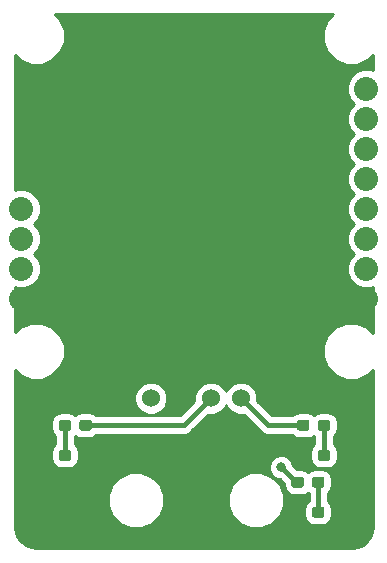
<source format=gbr>
G04 #@! TF.GenerationSoftware,KiCad,Pcbnew,(5.0.2)-1*
G04 #@! TF.CreationDate,2019-03-03T18:02:18-06:00*
G04 #@! TF.ProjectId,IMUBreakout_Hardware,494d5542-7265-4616-9b6f-75745f486172,rev?*
G04 #@! TF.SameCoordinates,Original*
G04 #@! TF.FileFunction,Copper,L1,Top*
G04 #@! TF.FilePolarity,Positive*
%FSLAX46Y46*%
G04 Gerber Fmt 4.6, Leading zero omitted, Abs format (unit mm)*
G04 Created by KiCad (PCBNEW (5.0.2)-1) date 3/3/2019 6:02:18 PM*
%MOMM*%
%LPD*%
G01*
G04 APERTURE LIST*
G04 #@! TA.AperFunction,ComponentPad*
%ADD10C,2.032000*%
G04 #@! TD*
G04 #@! TA.AperFunction,ComponentPad*
%ADD11C,1.524000*%
G04 #@! TD*
G04 #@! TA.AperFunction,Conductor*
%ADD12C,0.100000*%
G04 #@! TD*
G04 #@! TA.AperFunction,SMDPad,CuDef*
%ADD13C,0.950000*%
G04 #@! TD*
G04 #@! TA.AperFunction,ViaPad*
%ADD14C,0.800000*%
G04 #@! TD*
G04 #@! TA.AperFunction,Conductor*
%ADD15C,0.381000*%
G04 #@! TD*
G04 #@! TA.AperFunction,Conductor*
%ADD16C,0.254000*%
G04 #@! TD*
G04 APERTURE END LIST*
D10*
G04 #@! TO.P,U1,12*
G04 #@! TO.N,Net-(U1-Pad12)*
X176017999Y-69036001D03*
G04 #@! TO.P,U1,11*
G04 #@! TO.N,Net-(U1-Pad11)*
X176017999Y-71576001D03*
G04 #@! TO.P,U1,10*
G04 #@! TO.N,Net-(U1-Pad10)*
X176017999Y-74116001D03*
G04 #@! TO.P,U1,9*
G04 #@! TO.N,Net-(U1-Pad9)*
X176017999Y-76656001D03*
G04 #@! TO.P,U1,8*
G04 #@! TO.N,TX*
X176017999Y-79196001D03*
G04 #@! TO.P,U1,7*
G04 #@! TO.N,RX*
X176017999Y-81736001D03*
G04 #@! TO.P,U1,6*
G04 #@! TO.N,+3V3*
X176017999Y-84276001D03*
G04 #@! TO.P,U1,5*
G04 #@! TO.N,GND*
X176017999Y-86816001D03*
G04 #@! TO.P,U1,4*
G04 #@! TO.N,Net-(U1-Pad4)*
X146808000Y-79196001D03*
G04 #@! TO.P,U1,3*
G04 #@! TO.N,Net-(U1-Pad3)*
X146808000Y-81736001D03*
G04 #@! TO.P,U1,2*
G04 #@! TO.N,+3V3*
X146808000Y-84276001D03*
G04 #@! TO.P,U1,1*
G04 #@! TO.N,GND*
X146808000Y-86816001D03*
G04 #@! TD*
D11*
G04 #@! TO.P,Conn1,1*
G04 #@! TO.N,RX*
X165404800Y-95250000D03*
G04 #@! TO.P,Conn1,2*
G04 #@! TO.N,TX*
X162864800Y-95250000D03*
G04 #@! TO.P,Conn1,3*
G04 #@! TO.N,GND*
X160324800Y-95250000D03*
G04 #@! TO.P,Conn1,4*
G04 #@! TO.N,+3V3*
X157784800Y-95250000D03*
G04 #@! TD*
D12*
G04 #@! TO.N,GND*
G04 #@! TO.C,D1*
G36*
X170998779Y-99602144D02*
X171021834Y-99605563D01*
X171044443Y-99611227D01*
X171066387Y-99619079D01*
X171087457Y-99629044D01*
X171107448Y-99641026D01*
X171126168Y-99654910D01*
X171143438Y-99670562D01*
X171159090Y-99687832D01*
X171172974Y-99706552D01*
X171184956Y-99726543D01*
X171194921Y-99747613D01*
X171202773Y-99769557D01*
X171208437Y-99792166D01*
X171211856Y-99815221D01*
X171213000Y-99838500D01*
X171213000Y-100313500D01*
X171211856Y-100336779D01*
X171208437Y-100359834D01*
X171202773Y-100382443D01*
X171194921Y-100404387D01*
X171184956Y-100425457D01*
X171172974Y-100445448D01*
X171159090Y-100464168D01*
X171143438Y-100481438D01*
X171126168Y-100497090D01*
X171107448Y-100510974D01*
X171087457Y-100522956D01*
X171066387Y-100532921D01*
X171044443Y-100540773D01*
X171021834Y-100546437D01*
X170998779Y-100549856D01*
X170975500Y-100551000D01*
X170400500Y-100551000D01*
X170377221Y-100549856D01*
X170354166Y-100546437D01*
X170331557Y-100540773D01*
X170309613Y-100532921D01*
X170288543Y-100522956D01*
X170268552Y-100510974D01*
X170249832Y-100497090D01*
X170232562Y-100481438D01*
X170216910Y-100464168D01*
X170203026Y-100445448D01*
X170191044Y-100425457D01*
X170181079Y-100404387D01*
X170173227Y-100382443D01*
X170167563Y-100359834D01*
X170164144Y-100336779D01*
X170163000Y-100313500D01*
X170163000Y-99838500D01*
X170164144Y-99815221D01*
X170167563Y-99792166D01*
X170173227Y-99769557D01*
X170181079Y-99747613D01*
X170191044Y-99726543D01*
X170203026Y-99706552D01*
X170216910Y-99687832D01*
X170232562Y-99670562D01*
X170249832Y-99654910D01*
X170268552Y-99641026D01*
X170288543Y-99629044D01*
X170309613Y-99619079D01*
X170331557Y-99611227D01*
X170354166Y-99605563D01*
X170377221Y-99602144D01*
X170400500Y-99601000D01*
X170975500Y-99601000D01*
X170998779Y-99602144D01*
X170998779Y-99602144D01*
G37*
D13*
G04 #@! TD*
G04 #@! TO.P,D1,1*
G04 #@! TO.N,GND*
X170688000Y-100076000D03*
D12*
G04 #@! TO.N,Net-(D1-Pad2)*
G04 #@! TO.C,D1*
G36*
X172748779Y-99602144D02*
X172771834Y-99605563D01*
X172794443Y-99611227D01*
X172816387Y-99619079D01*
X172837457Y-99629044D01*
X172857448Y-99641026D01*
X172876168Y-99654910D01*
X172893438Y-99670562D01*
X172909090Y-99687832D01*
X172922974Y-99706552D01*
X172934956Y-99726543D01*
X172944921Y-99747613D01*
X172952773Y-99769557D01*
X172958437Y-99792166D01*
X172961856Y-99815221D01*
X172963000Y-99838500D01*
X172963000Y-100313500D01*
X172961856Y-100336779D01*
X172958437Y-100359834D01*
X172952773Y-100382443D01*
X172944921Y-100404387D01*
X172934956Y-100425457D01*
X172922974Y-100445448D01*
X172909090Y-100464168D01*
X172893438Y-100481438D01*
X172876168Y-100497090D01*
X172857448Y-100510974D01*
X172837457Y-100522956D01*
X172816387Y-100532921D01*
X172794443Y-100540773D01*
X172771834Y-100546437D01*
X172748779Y-100549856D01*
X172725500Y-100551000D01*
X172150500Y-100551000D01*
X172127221Y-100549856D01*
X172104166Y-100546437D01*
X172081557Y-100540773D01*
X172059613Y-100532921D01*
X172038543Y-100522956D01*
X172018552Y-100510974D01*
X171999832Y-100497090D01*
X171982562Y-100481438D01*
X171966910Y-100464168D01*
X171953026Y-100445448D01*
X171941044Y-100425457D01*
X171931079Y-100404387D01*
X171923227Y-100382443D01*
X171917563Y-100359834D01*
X171914144Y-100336779D01*
X171913000Y-100313500D01*
X171913000Y-99838500D01*
X171914144Y-99815221D01*
X171917563Y-99792166D01*
X171923227Y-99769557D01*
X171931079Y-99747613D01*
X171941044Y-99726543D01*
X171953026Y-99706552D01*
X171966910Y-99687832D01*
X171982562Y-99670562D01*
X171999832Y-99654910D01*
X172018552Y-99641026D01*
X172038543Y-99629044D01*
X172059613Y-99619079D01*
X172081557Y-99611227D01*
X172104166Y-99605563D01*
X172127221Y-99602144D01*
X172150500Y-99601000D01*
X172725500Y-99601000D01*
X172748779Y-99602144D01*
X172748779Y-99602144D01*
G37*
D13*
G04 #@! TD*
G04 #@! TO.P,D1,2*
G04 #@! TO.N,Net-(D1-Pad2)*
X172438000Y-100076000D03*
D12*
G04 #@! TO.N,Net-(D2-Pad2)*
G04 #@! TO.C,D2*
G36*
X150819779Y-99602144D02*
X150842834Y-99605563D01*
X150865443Y-99611227D01*
X150887387Y-99619079D01*
X150908457Y-99629044D01*
X150928448Y-99641026D01*
X150947168Y-99654910D01*
X150964438Y-99670562D01*
X150980090Y-99687832D01*
X150993974Y-99706552D01*
X151005956Y-99726543D01*
X151015921Y-99747613D01*
X151023773Y-99769557D01*
X151029437Y-99792166D01*
X151032856Y-99815221D01*
X151034000Y-99838500D01*
X151034000Y-100313500D01*
X151032856Y-100336779D01*
X151029437Y-100359834D01*
X151023773Y-100382443D01*
X151015921Y-100404387D01*
X151005956Y-100425457D01*
X150993974Y-100445448D01*
X150980090Y-100464168D01*
X150964438Y-100481438D01*
X150947168Y-100497090D01*
X150928448Y-100510974D01*
X150908457Y-100522956D01*
X150887387Y-100532921D01*
X150865443Y-100540773D01*
X150842834Y-100546437D01*
X150819779Y-100549856D01*
X150796500Y-100551000D01*
X150221500Y-100551000D01*
X150198221Y-100549856D01*
X150175166Y-100546437D01*
X150152557Y-100540773D01*
X150130613Y-100532921D01*
X150109543Y-100522956D01*
X150089552Y-100510974D01*
X150070832Y-100497090D01*
X150053562Y-100481438D01*
X150037910Y-100464168D01*
X150024026Y-100445448D01*
X150012044Y-100425457D01*
X150002079Y-100404387D01*
X149994227Y-100382443D01*
X149988563Y-100359834D01*
X149985144Y-100336779D01*
X149984000Y-100313500D01*
X149984000Y-99838500D01*
X149985144Y-99815221D01*
X149988563Y-99792166D01*
X149994227Y-99769557D01*
X150002079Y-99747613D01*
X150012044Y-99726543D01*
X150024026Y-99706552D01*
X150037910Y-99687832D01*
X150053562Y-99670562D01*
X150070832Y-99654910D01*
X150089552Y-99641026D01*
X150109543Y-99629044D01*
X150130613Y-99619079D01*
X150152557Y-99611227D01*
X150175166Y-99605563D01*
X150198221Y-99602144D01*
X150221500Y-99601000D01*
X150796500Y-99601000D01*
X150819779Y-99602144D01*
X150819779Y-99602144D01*
G37*
D13*
G04 #@! TD*
G04 #@! TO.P,D2,2*
G04 #@! TO.N,Net-(D2-Pad2)*
X150509000Y-100076000D03*
D12*
G04 #@! TO.N,GND*
G04 #@! TO.C,D2*
G36*
X152569779Y-99602144D02*
X152592834Y-99605563D01*
X152615443Y-99611227D01*
X152637387Y-99619079D01*
X152658457Y-99629044D01*
X152678448Y-99641026D01*
X152697168Y-99654910D01*
X152714438Y-99670562D01*
X152730090Y-99687832D01*
X152743974Y-99706552D01*
X152755956Y-99726543D01*
X152765921Y-99747613D01*
X152773773Y-99769557D01*
X152779437Y-99792166D01*
X152782856Y-99815221D01*
X152784000Y-99838500D01*
X152784000Y-100313500D01*
X152782856Y-100336779D01*
X152779437Y-100359834D01*
X152773773Y-100382443D01*
X152765921Y-100404387D01*
X152755956Y-100425457D01*
X152743974Y-100445448D01*
X152730090Y-100464168D01*
X152714438Y-100481438D01*
X152697168Y-100497090D01*
X152678448Y-100510974D01*
X152658457Y-100522956D01*
X152637387Y-100532921D01*
X152615443Y-100540773D01*
X152592834Y-100546437D01*
X152569779Y-100549856D01*
X152546500Y-100551000D01*
X151971500Y-100551000D01*
X151948221Y-100549856D01*
X151925166Y-100546437D01*
X151902557Y-100540773D01*
X151880613Y-100532921D01*
X151859543Y-100522956D01*
X151839552Y-100510974D01*
X151820832Y-100497090D01*
X151803562Y-100481438D01*
X151787910Y-100464168D01*
X151774026Y-100445448D01*
X151762044Y-100425457D01*
X151752079Y-100404387D01*
X151744227Y-100382443D01*
X151738563Y-100359834D01*
X151735144Y-100336779D01*
X151734000Y-100313500D01*
X151734000Y-99838500D01*
X151735144Y-99815221D01*
X151738563Y-99792166D01*
X151744227Y-99769557D01*
X151752079Y-99747613D01*
X151762044Y-99726543D01*
X151774026Y-99706552D01*
X151787910Y-99687832D01*
X151803562Y-99670562D01*
X151820832Y-99654910D01*
X151839552Y-99641026D01*
X151859543Y-99629044D01*
X151880613Y-99619079D01*
X151902557Y-99611227D01*
X151925166Y-99605563D01*
X151948221Y-99602144D01*
X151971500Y-99601000D01*
X152546500Y-99601000D01*
X152569779Y-99602144D01*
X152569779Y-99602144D01*
G37*
D13*
G04 #@! TD*
G04 #@! TO.P,D2,1*
G04 #@! TO.N,GND*
X152259000Y-100076000D03*
D12*
G04 #@! TO.N,Net-(D1-Pad2)*
G04 #@! TO.C,R1*
G36*
X172748779Y-97062144D02*
X172771834Y-97065563D01*
X172794443Y-97071227D01*
X172816387Y-97079079D01*
X172837457Y-97089044D01*
X172857448Y-97101026D01*
X172876168Y-97114910D01*
X172893438Y-97130562D01*
X172909090Y-97147832D01*
X172922974Y-97166552D01*
X172934956Y-97186543D01*
X172944921Y-97207613D01*
X172952773Y-97229557D01*
X172958437Y-97252166D01*
X172961856Y-97275221D01*
X172963000Y-97298500D01*
X172963000Y-97773500D01*
X172961856Y-97796779D01*
X172958437Y-97819834D01*
X172952773Y-97842443D01*
X172944921Y-97864387D01*
X172934956Y-97885457D01*
X172922974Y-97905448D01*
X172909090Y-97924168D01*
X172893438Y-97941438D01*
X172876168Y-97957090D01*
X172857448Y-97970974D01*
X172837457Y-97982956D01*
X172816387Y-97992921D01*
X172794443Y-98000773D01*
X172771834Y-98006437D01*
X172748779Y-98009856D01*
X172725500Y-98011000D01*
X172150500Y-98011000D01*
X172127221Y-98009856D01*
X172104166Y-98006437D01*
X172081557Y-98000773D01*
X172059613Y-97992921D01*
X172038543Y-97982956D01*
X172018552Y-97970974D01*
X171999832Y-97957090D01*
X171982562Y-97941438D01*
X171966910Y-97924168D01*
X171953026Y-97905448D01*
X171941044Y-97885457D01*
X171931079Y-97864387D01*
X171923227Y-97842443D01*
X171917563Y-97819834D01*
X171914144Y-97796779D01*
X171913000Y-97773500D01*
X171913000Y-97298500D01*
X171914144Y-97275221D01*
X171917563Y-97252166D01*
X171923227Y-97229557D01*
X171931079Y-97207613D01*
X171941044Y-97186543D01*
X171953026Y-97166552D01*
X171966910Y-97147832D01*
X171982562Y-97130562D01*
X171999832Y-97114910D01*
X172018552Y-97101026D01*
X172038543Y-97089044D01*
X172059613Y-97079079D01*
X172081557Y-97071227D01*
X172104166Y-97065563D01*
X172127221Y-97062144D01*
X172150500Y-97061000D01*
X172725500Y-97061000D01*
X172748779Y-97062144D01*
X172748779Y-97062144D01*
G37*
D13*
G04 #@! TD*
G04 #@! TO.P,R1,1*
G04 #@! TO.N,Net-(D1-Pad2)*
X172438000Y-97536000D03*
D12*
G04 #@! TO.N,RX*
G04 #@! TO.C,R1*
G36*
X170998779Y-97062144D02*
X171021834Y-97065563D01*
X171044443Y-97071227D01*
X171066387Y-97079079D01*
X171087457Y-97089044D01*
X171107448Y-97101026D01*
X171126168Y-97114910D01*
X171143438Y-97130562D01*
X171159090Y-97147832D01*
X171172974Y-97166552D01*
X171184956Y-97186543D01*
X171194921Y-97207613D01*
X171202773Y-97229557D01*
X171208437Y-97252166D01*
X171211856Y-97275221D01*
X171213000Y-97298500D01*
X171213000Y-97773500D01*
X171211856Y-97796779D01*
X171208437Y-97819834D01*
X171202773Y-97842443D01*
X171194921Y-97864387D01*
X171184956Y-97885457D01*
X171172974Y-97905448D01*
X171159090Y-97924168D01*
X171143438Y-97941438D01*
X171126168Y-97957090D01*
X171107448Y-97970974D01*
X171087457Y-97982956D01*
X171066387Y-97992921D01*
X171044443Y-98000773D01*
X171021834Y-98006437D01*
X170998779Y-98009856D01*
X170975500Y-98011000D01*
X170400500Y-98011000D01*
X170377221Y-98009856D01*
X170354166Y-98006437D01*
X170331557Y-98000773D01*
X170309613Y-97992921D01*
X170288543Y-97982956D01*
X170268552Y-97970974D01*
X170249832Y-97957090D01*
X170232562Y-97941438D01*
X170216910Y-97924168D01*
X170203026Y-97905448D01*
X170191044Y-97885457D01*
X170181079Y-97864387D01*
X170173227Y-97842443D01*
X170167563Y-97819834D01*
X170164144Y-97796779D01*
X170163000Y-97773500D01*
X170163000Y-97298500D01*
X170164144Y-97275221D01*
X170167563Y-97252166D01*
X170173227Y-97229557D01*
X170181079Y-97207613D01*
X170191044Y-97186543D01*
X170203026Y-97166552D01*
X170216910Y-97147832D01*
X170232562Y-97130562D01*
X170249832Y-97114910D01*
X170268552Y-97101026D01*
X170288543Y-97089044D01*
X170309613Y-97079079D01*
X170331557Y-97071227D01*
X170354166Y-97065563D01*
X170377221Y-97062144D01*
X170400500Y-97061000D01*
X170975500Y-97061000D01*
X170998779Y-97062144D01*
X170998779Y-97062144D01*
G37*
D13*
G04 #@! TD*
G04 #@! TO.P,R1,2*
G04 #@! TO.N,RX*
X170688000Y-97536000D03*
D12*
G04 #@! TO.N,TX*
G04 #@! TO.C,R2*
G36*
X152569779Y-97062144D02*
X152592834Y-97065563D01*
X152615443Y-97071227D01*
X152637387Y-97079079D01*
X152658457Y-97089044D01*
X152678448Y-97101026D01*
X152697168Y-97114910D01*
X152714438Y-97130562D01*
X152730090Y-97147832D01*
X152743974Y-97166552D01*
X152755956Y-97186543D01*
X152765921Y-97207613D01*
X152773773Y-97229557D01*
X152779437Y-97252166D01*
X152782856Y-97275221D01*
X152784000Y-97298500D01*
X152784000Y-97773500D01*
X152782856Y-97796779D01*
X152779437Y-97819834D01*
X152773773Y-97842443D01*
X152765921Y-97864387D01*
X152755956Y-97885457D01*
X152743974Y-97905448D01*
X152730090Y-97924168D01*
X152714438Y-97941438D01*
X152697168Y-97957090D01*
X152678448Y-97970974D01*
X152658457Y-97982956D01*
X152637387Y-97992921D01*
X152615443Y-98000773D01*
X152592834Y-98006437D01*
X152569779Y-98009856D01*
X152546500Y-98011000D01*
X151971500Y-98011000D01*
X151948221Y-98009856D01*
X151925166Y-98006437D01*
X151902557Y-98000773D01*
X151880613Y-97992921D01*
X151859543Y-97982956D01*
X151839552Y-97970974D01*
X151820832Y-97957090D01*
X151803562Y-97941438D01*
X151787910Y-97924168D01*
X151774026Y-97905448D01*
X151762044Y-97885457D01*
X151752079Y-97864387D01*
X151744227Y-97842443D01*
X151738563Y-97819834D01*
X151735144Y-97796779D01*
X151734000Y-97773500D01*
X151734000Y-97298500D01*
X151735144Y-97275221D01*
X151738563Y-97252166D01*
X151744227Y-97229557D01*
X151752079Y-97207613D01*
X151762044Y-97186543D01*
X151774026Y-97166552D01*
X151787910Y-97147832D01*
X151803562Y-97130562D01*
X151820832Y-97114910D01*
X151839552Y-97101026D01*
X151859543Y-97089044D01*
X151880613Y-97079079D01*
X151902557Y-97071227D01*
X151925166Y-97065563D01*
X151948221Y-97062144D01*
X151971500Y-97061000D01*
X152546500Y-97061000D01*
X152569779Y-97062144D01*
X152569779Y-97062144D01*
G37*
D13*
G04 #@! TD*
G04 #@! TO.P,R2,2*
G04 #@! TO.N,TX*
X152259000Y-97536000D03*
D12*
G04 #@! TO.N,Net-(D2-Pad2)*
G04 #@! TO.C,R2*
G36*
X150819779Y-97062144D02*
X150842834Y-97065563D01*
X150865443Y-97071227D01*
X150887387Y-97079079D01*
X150908457Y-97089044D01*
X150928448Y-97101026D01*
X150947168Y-97114910D01*
X150964438Y-97130562D01*
X150980090Y-97147832D01*
X150993974Y-97166552D01*
X151005956Y-97186543D01*
X151015921Y-97207613D01*
X151023773Y-97229557D01*
X151029437Y-97252166D01*
X151032856Y-97275221D01*
X151034000Y-97298500D01*
X151034000Y-97773500D01*
X151032856Y-97796779D01*
X151029437Y-97819834D01*
X151023773Y-97842443D01*
X151015921Y-97864387D01*
X151005956Y-97885457D01*
X150993974Y-97905448D01*
X150980090Y-97924168D01*
X150964438Y-97941438D01*
X150947168Y-97957090D01*
X150928448Y-97970974D01*
X150908457Y-97982956D01*
X150887387Y-97992921D01*
X150865443Y-98000773D01*
X150842834Y-98006437D01*
X150819779Y-98009856D01*
X150796500Y-98011000D01*
X150221500Y-98011000D01*
X150198221Y-98009856D01*
X150175166Y-98006437D01*
X150152557Y-98000773D01*
X150130613Y-97992921D01*
X150109543Y-97982956D01*
X150089552Y-97970974D01*
X150070832Y-97957090D01*
X150053562Y-97941438D01*
X150037910Y-97924168D01*
X150024026Y-97905448D01*
X150012044Y-97885457D01*
X150002079Y-97864387D01*
X149994227Y-97842443D01*
X149988563Y-97819834D01*
X149985144Y-97796779D01*
X149984000Y-97773500D01*
X149984000Y-97298500D01*
X149985144Y-97275221D01*
X149988563Y-97252166D01*
X149994227Y-97229557D01*
X150002079Y-97207613D01*
X150012044Y-97186543D01*
X150024026Y-97166552D01*
X150037910Y-97147832D01*
X150053562Y-97130562D01*
X150070832Y-97114910D01*
X150089552Y-97101026D01*
X150109543Y-97089044D01*
X150130613Y-97079079D01*
X150152557Y-97071227D01*
X150175166Y-97065563D01*
X150198221Y-97062144D01*
X150221500Y-97061000D01*
X150796500Y-97061000D01*
X150819779Y-97062144D01*
X150819779Y-97062144D01*
G37*
D13*
G04 #@! TD*
G04 #@! TO.P,R2,1*
G04 #@! TO.N,Net-(D2-Pad2)*
X150509000Y-97536000D03*
D12*
G04 #@! TO.N,GND*
G04 #@! TO.C,D3*
G36*
X170518779Y-104428144D02*
X170541834Y-104431563D01*
X170564443Y-104437227D01*
X170586387Y-104445079D01*
X170607457Y-104455044D01*
X170627448Y-104467026D01*
X170646168Y-104480910D01*
X170663438Y-104496562D01*
X170679090Y-104513832D01*
X170692974Y-104532552D01*
X170704956Y-104552543D01*
X170714921Y-104573613D01*
X170722773Y-104595557D01*
X170728437Y-104618166D01*
X170731856Y-104641221D01*
X170733000Y-104664500D01*
X170733000Y-105139500D01*
X170731856Y-105162779D01*
X170728437Y-105185834D01*
X170722773Y-105208443D01*
X170714921Y-105230387D01*
X170704956Y-105251457D01*
X170692974Y-105271448D01*
X170679090Y-105290168D01*
X170663438Y-105307438D01*
X170646168Y-105323090D01*
X170627448Y-105336974D01*
X170607457Y-105348956D01*
X170586387Y-105358921D01*
X170564443Y-105366773D01*
X170541834Y-105372437D01*
X170518779Y-105375856D01*
X170495500Y-105377000D01*
X169920500Y-105377000D01*
X169897221Y-105375856D01*
X169874166Y-105372437D01*
X169851557Y-105366773D01*
X169829613Y-105358921D01*
X169808543Y-105348956D01*
X169788552Y-105336974D01*
X169769832Y-105323090D01*
X169752562Y-105307438D01*
X169736910Y-105290168D01*
X169723026Y-105271448D01*
X169711044Y-105251457D01*
X169701079Y-105230387D01*
X169693227Y-105208443D01*
X169687563Y-105185834D01*
X169684144Y-105162779D01*
X169683000Y-105139500D01*
X169683000Y-104664500D01*
X169684144Y-104641221D01*
X169687563Y-104618166D01*
X169693227Y-104595557D01*
X169701079Y-104573613D01*
X169711044Y-104552543D01*
X169723026Y-104532552D01*
X169736910Y-104513832D01*
X169752562Y-104496562D01*
X169769832Y-104480910D01*
X169788552Y-104467026D01*
X169808543Y-104455044D01*
X169829613Y-104445079D01*
X169851557Y-104437227D01*
X169874166Y-104431563D01*
X169897221Y-104428144D01*
X169920500Y-104427000D01*
X170495500Y-104427000D01*
X170518779Y-104428144D01*
X170518779Y-104428144D01*
G37*
D13*
G04 #@! TD*
G04 #@! TO.P,D3,1*
G04 #@! TO.N,GND*
X170208000Y-104902000D03*
D12*
G04 #@! TO.N,Net-(D3-Pad2)*
G04 #@! TO.C,D3*
G36*
X172268779Y-104428144D02*
X172291834Y-104431563D01*
X172314443Y-104437227D01*
X172336387Y-104445079D01*
X172357457Y-104455044D01*
X172377448Y-104467026D01*
X172396168Y-104480910D01*
X172413438Y-104496562D01*
X172429090Y-104513832D01*
X172442974Y-104532552D01*
X172454956Y-104552543D01*
X172464921Y-104573613D01*
X172472773Y-104595557D01*
X172478437Y-104618166D01*
X172481856Y-104641221D01*
X172483000Y-104664500D01*
X172483000Y-105139500D01*
X172481856Y-105162779D01*
X172478437Y-105185834D01*
X172472773Y-105208443D01*
X172464921Y-105230387D01*
X172454956Y-105251457D01*
X172442974Y-105271448D01*
X172429090Y-105290168D01*
X172413438Y-105307438D01*
X172396168Y-105323090D01*
X172377448Y-105336974D01*
X172357457Y-105348956D01*
X172336387Y-105358921D01*
X172314443Y-105366773D01*
X172291834Y-105372437D01*
X172268779Y-105375856D01*
X172245500Y-105377000D01*
X171670500Y-105377000D01*
X171647221Y-105375856D01*
X171624166Y-105372437D01*
X171601557Y-105366773D01*
X171579613Y-105358921D01*
X171558543Y-105348956D01*
X171538552Y-105336974D01*
X171519832Y-105323090D01*
X171502562Y-105307438D01*
X171486910Y-105290168D01*
X171473026Y-105271448D01*
X171461044Y-105251457D01*
X171451079Y-105230387D01*
X171443227Y-105208443D01*
X171437563Y-105185834D01*
X171434144Y-105162779D01*
X171433000Y-105139500D01*
X171433000Y-104664500D01*
X171434144Y-104641221D01*
X171437563Y-104618166D01*
X171443227Y-104595557D01*
X171451079Y-104573613D01*
X171461044Y-104552543D01*
X171473026Y-104532552D01*
X171486910Y-104513832D01*
X171502562Y-104496562D01*
X171519832Y-104480910D01*
X171538552Y-104467026D01*
X171558543Y-104455044D01*
X171579613Y-104445079D01*
X171601557Y-104437227D01*
X171624166Y-104431563D01*
X171647221Y-104428144D01*
X171670500Y-104427000D01*
X172245500Y-104427000D01*
X172268779Y-104428144D01*
X172268779Y-104428144D01*
G37*
D13*
G04 #@! TD*
G04 #@! TO.P,D3,2*
G04 #@! TO.N,Net-(D3-Pad2)*
X171958000Y-104902000D03*
D12*
G04 #@! TO.N,Net-(D3-Pad2)*
G04 #@! TO.C,R3*
G36*
X172268779Y-101888144D02*
X172291834Y-101891563D01*
X172314443Y-101897227D01*
X172336387Y-101905079D01*
X172357457Y-101915044D01*
X172377448Y-101927026D01*
X172396168Y-101940910D01*
X172413438Y-101956562D01*
X172429090Y-101973832D01*
X172442974Y-101992552D01*
X172454956Y-102012543D01*
X172464921Y-102033613D01*
X172472773Y-102055557D01*
X172478437Y-102078166D01*
X172481856Y-102101221D01*
X172483000Y-102124500D01*
X172483000Y-102599500D01*
X172481856Y-102622779D01*
X172478437Y-102645834D01*
X172472773Y-102668443D01*
X172464921Y-102690387D01*
X172454956Y-102711457D01*
X172442974Y-102731448D01*
X172429090Y-102750168D01*
X172413438Y-102767438D01*
X172396168Y-102783090D01*
X172377448Y-102796974D01*
X172357457Y-102808956D01*
X172336387Y-102818921D01*
X172314443Y-102826773D01*
X172291834Y-102832437D01*
X172268779Y-102835856D01*
X172245500Y-102837000D01*
X171670500Y-102837000D01*
X171647221Y-102835856D01*
X171624166Y-102832437D01*
X171601557Y-102826773D01*
X171579613Y-102818921D01*
X171558543Y-102808956D01*
X171538552Y-102796974D01*
X171519832Y-102783090D01*
X171502562Y-102767438D01*
X171486910Y-102750168D01*
X171473026Y-102731448D01*
X171461044Y-102711457D01*
X171451079Y-102690387D01*
X171443227Y-102668443D01*
X171437563Y-102645834D01*
X171434144Y-102622779D01*
X171433000Y-102599500D01*
X171433000Y-102124500D01*
X171434144Y-102101221D01*
X171437563Y-102078166D01*
X171443227Y-102055557D01*
X171451079Y-102033613D01*
X171461044Y-102012543D01*
X171473026Y-101992552D01*
X171486910Y-101973832D01*
X171502562Y-101956562D01*
X171519832Y-101940910D01*
X171538552Y-101927026D01*
X171558543Y-101915044D01*
X171579613Y-101905079D01*
X171601557Y-101897227D01*
X171624166Y-101891563D01*
X171647221Y-101888144D01*
X171670500Y-101887000D01*
X172245500Y-101887000D01*
X172268779Y-101888144D01*
X172268779Y-101888144D01*
G37*
D13*
G04 #@! TD*
G04 #@! TO.P,R3,1*
G04 #@! TO.N,Net-(D3-Pad2)*
X171958000Y-102362000D03*
D12*
G04 #@! TO.N,+3V3*
G04 #@! TO.C,R3*
G36*
X170518779Y-101888144D02*
X170541834Y-101891563D01*
X170564443Y-101897227D01*
X170586387Y-101905079D01*
X170607457Y-101915044D01*
X170627448Y-101927026D01*
X170646168Y-101940910D01*
X170663438Y-101956562D01*
X170679090Y-101973832D01*
X170692974Y-101992552D01*
X170704956Y-102012543D01*
X170714921Y-102033613D01*
X170722773Y-102055557D01*
X170728437Y-102078166D01*
X170731856Y-102101221D01*
X170733000Y-102124500D01*
X170733000Y-102599500D01*
X170731856Y-102622779D01*
X170728437Y-102645834D01*
X170722773Y-102668443D01*
X170714921Y-102690387D01*
X170704956Y-102711457D01*
X170692974Y-102731448D01*
X170679090Y-102750168D01*
X170663438Y-102767438D01*
X170646168Y-102783090D01*
X170627448Y-102796974D01*
X170607457Y-102808956D01*
X170586387Y-102818921D01*
X170564443Y-102826773D01*
X170541834Y-102832437D01*
X170518779Y-102835856D01*
X170495500Y-102837000D01*
X169920500Y-102837000D01*
X169897221Y-102835856D01*
X169874166Y-102832437D01*
X169851557Y-102826773D01*
X169829613Y-102818921D01*
X169808543Y-102808956D01*
X169788552Y-102796974D01*
X169769832Y-102783090D01*
X169752562Y-102767438D01*
X169736910Y-102750168D01*
X169723026Y-102731448D01*
X169711044Y-102711457D01*
X169701079Y-102690387D01*
X169693227Y-102668443D01*
X169687563Y-102645834D01*
X169684144Y-102622779D01*
X169683000Y-102599500D01*
X169683000Y-102124500D01*
X169684144Y-102101221D01*
X169687563Y-102078166D01*
X169693227Y-102055557D01*
X169701079Y-102033613D01*
X169711044Y-102012543D01*
X169723026Y-101992552D01*
X169736910Y-101973832D01*
X169752562Y-101956562D01*
X169769832Y-101940910D01*
X169788552Y-101927026D01*
X169808543Y-101915044D01*
X169829613Y-101905079D01*
X169851557Y-101897227D01*
X169874166Y-101891563D01*
X169897221Y-101888144D01*
X169920500Y-101887000D01*
X170495500Y-101887000D01*
X170518779Y-101888144D01*
X170518779Y-101888144D01*
G37*
D13*
G04 #@! TD*
G04 #@! TO.P,R3,2*
G04 #@! TO.N,+3V3*
X170208000Y-102362000D03*
D14*
G04 #@! TO.N,+3V3*
X168811804Y-101090688D03*
G04 #@! TD*
D15*
G04 #@! TO.N,GND*
X170662600Y-100101400D02*
X170688000Y-100076000D01*
G04 #@! TO.N,+3V3*
X170208000Y-102362000D02*
X169926000Y-102362000D01*
X169827804Y-102106688D02*
X168811804Y-101090688D01*
G04 #@! TO.N,TX*
X160578800Y-97536000D02*
X162864800Y-95250000D01*
X152259000Y-97536000D02*
X160578800Y-97536000D01*
G04 #@! TO.N,RX*
X167690800Y-97536000D02*
X165404800Y-95250000D01*
X170688000Y-97536000D02*
X167690800Y-97536000D01*
G04 #@! TO.N,Net-(D1-Pad2)*
X172438000Y-100076000D02*
X172438000Y-97536000D01*
G04 #@! TO.N,Net-(D2-Pad2)*
X150509000Y-100076000D02*
X150509000Y-97536000D01*
G04 #@! TO.N,Net-(D3-Pad2)*
X171958000Y-104902000D02*
X171958000Y-102362000D01*
G04 #@! TD*
D16*
G04 #@! TO.N,GND*
G36*
X172702358Y-63229147D02*
X172335000Y-64116026D01*
X172335000Y-65075976D01*
X172702358Y-65962855D01*
X173381146Y-66641643D01*
X174268025Y-67009001D01*
X175227975Y-67009001D01*
X176114854Y-66641643D01*
X176582000Y-66174497D01*
X176582000Y-67482589D01*
X176346403Y-67385001D01*
X175689595Y-67385001D01*
X175082783Y-67636351D01*
X174618349Y-68100785D01*
X174366999Y-68707597D01*
X174366999Y-69364405D01*
X174618349Y-69971217D01*
X174953133Y-70306001D01*
X174618349Y-70640785D01*
X174366999Y-71247597D01*
X174366999Y-71904405D01*
X174618349Y-72511217D01*
X174953133Y-72846001D01*
X174618349Y-73180785D01*
X174366999Y-73787597D01*
X174366999Y-74444405D01*
X174618349Y-75051217D01*
X174953133Y-75386001D01*
X174618349Y-75720785D01*
X174366999Y-76327597D01*
X174366999Y-76984405D01*
X174618349Y-77591217D01*
X174953133Y-77926001D01*
X174618349Y-78260785D01*
X174366999Y-78867597D01*
X174366999Y-79524405D01*
X174618349Y-80131217D01*
X174953133Y-80466001D01*
X174618349Y-80800785D01*
X174366999Y-81407597D01*
X174366999Y-82064405D01*
X174618349Y-82671217D01*
X174953133Y-83006001D01*
X174618349Y-83340785D01*
X174366999Y-83947597D01*
X174366999Y-84604405D01*
X174618349Y-85211217D01*
X175082783Y-85675651D01*
X175689595Y-85927001D01*
X176346403Y-85927001D01*
X176582001Y-85829413D01*
X176582001Y-89687506D01*
X176114854Y-89220359D01*
X175227975Y-88853001D01*
X174268025Y-88853001D01*
X173381146Y-89220359D01*
X172702358Y-89899147D01*
X172335000Y-90786026D01*
X172335000Y-91745976D01*
X172702358Y-92632855D01*
X173381146Y-93311643D01*
X174268025Y-93679001D01*
X175227975Y-93679001D01*
X176114854Y-93311643D01*
X176582001Y-92844496D01*
X176582001Y-106063826D01*
X176519042Y-106562199D01*
X176350697Y-106987389D01*
X176081899Y-107357359D01*
X175729541Y-107648855D01*
X175315756Y-107843567D01*
X174833339Y-107935593D01*
X174740836Y-107938500D01*
X148126667Y-107938500D01*
X147628301Y-107875542D01*
X147203111Y-107707197D01*
X146833141Y-107438399D01*
X146541645Y-107086041D01*
X146346933Y-106672256D01*
X146254907Y-106189839D01*
X146252000Y-106097336D01*
X146252000Y-103416567D01*
X154154800Y-103416567D01*
X154154800Y-104355433D01*
X154514089Y-105222833D01*
X155177967Y-105886711D01*
X156045367Y-106246000D01*
X156984233Y-106246000D01*
X157851633Y-105886711D01*
X158515511Y-105222833D01*
X158874800Y-104355433D01*
X158874800Y-103416567D01*
X164314800Y-103416567D01*
X164314800Y-104355433D01*
X164674089Y-105222833D01*
X165337967Y-105886711D01*
X166205367Y-106246000D01*
X167144233Y-106246000D01*
X168011633Y-105886711D01*
X168675511Y-105222833D01*
X169034800Y-104355433D01*
X169034800Y-103416567D01*
X168675511Y-102549167D01*
X168011633Y-101885289D01*
X167144233Y-101526000D01*
X166205367Y-101526000D01*
X165337967Y-101885289D01*
X164674089Y-102549167D01*
X164314800Y-103416567D01*
X158874800Y-103416567D01*
X158515511Y-102549167D01*
X157851633Y-101885289D01*
X156984233Y-101526000D01*
X156045367Y-101526000D01*
X155177967Y-101885289D01*
X154514089Y-102549167D01*
X154154800Y-103416567D01*
X146252000Y-103416567D01*
X146252000Y-97298500D01*
X149336560Y-97298500D01*
X149336560Y-97773500D01*
X149403922Y-98112152D01*
X149595753Y-98399247D01*
X149683501Y-98457878D01*
X149683500Y-99154122D01*
X149595753Y-99212753D01*
X149403922Y-99499848D01*
X149336560Y-99838500D01*
X149336560Y-100313500D01*
X149403922Y-100652152D01*
X149595753Y-100939247D01*
X149882848Y-101131078D01*
X150221500Y-101198440D01*
X150796500Y-101198440D01*
X151135152Y-101131078D01*
X151422247Y-100939247D01*
X151458618Y-100884814D01*
X167776804Y-100884814D01*
X167776804Y-101296562D01*
X167934373Y-101676968D01*
X168225524Y-101968119D01*
X168605930Y-102125688D01*
X168679372Y-102125688D01*
X169035560Y-102481877D01*
X169035560Y-102599500D01*
X169102922Y-102938152D01*
X169294753Y-103225247D01*
X169581848Y-103417078D01*
X169920500Y-103484440D01*
X170495500Y-103484440D01*
X170834152Y-103417078D01*
X171083000Y-103250803D01*
X171132501Y-103283878D01*
X171132500Y-103980122D01*
X171044753Y-104038753D01*
X170852922Y-104325848D01*
X170785560Y-104664500D01*
X170785560Y-105139500D01*
X170852922Y-105478152D01*
X171044753Y-105765247D01*
X171331848Y-105957078D01*
X171670500Y-106024440D01*
X172245500Y-106024440D01*
X172584152Y-105957078D01*
X172871247Y-105765247D01*
X173063078Y-105478152D01*
X173130440Y-105139500D01*
X173130440Y-104664500D01*
X173063078Y-104325848D01*
X172871247Y-104038753D01*
X172783500Y-103980122D01*
X172783500Y-103283878D01*
X172871247Y-103225247D01*
X173063078Y-102938152D01*
X173130440Y-102599500D01*
X173130440Y-102124500D01*
X173063078Y-101785848D01*
X172871247Y-101498753D01*
X172584152Y-101306922D01*
X172245500Y-101239560D01*
X171670500Y-101239560D01*
X171331848Y-101306922D01*
X171083000Y-101473197D01*
X170834152Y-101306922D01*
X170495500Y-101239560D01*
X170128109Y-101239560D01*
X169846804Y-100958256D01*
X169846804Y-100884814D01*
X169689235Y-100504408D01*
X169398084Y-100213257D01*
X169017678Y-100055688D01*
X168605930Y-100055688D01*
X168225524Y-100213257D01*
X167934373Y-100504408D01*
X167776804Y-100884814D01*
X151458618Y-100884814D01*
X151614078Y-100652152D01*
X151681440Y-100313500D01*
X151681440Y-99838500D01*
X151614078Y-99499848D01*
X151422247Y-99212753D01*
X151334500Y-99154122D01*
X151334500Y-98457878D01*
X151384000Y-98424803D01*
X151632848Y-98591078D01*
X151971500Y-98658440D01*
X152546500Y-98658440D01*
X152885152Y-98591078D01*
X153172247Y-98399247D01*
X153197469Y-98361500D01*
X160497499Y-98361500D01*
X160578800Y-98377672D01*
X160660101Y-98361500D01*
X160660103Y-98361500D01*
X160900894Y-98313604D01*
X161173952Y-98131152D01*
X161220009Y-98062223D01*
X162635233Y-96647000D01*
X163142681Y-96647000D01*
X163656137Y-96434320D01*
X164049120Y-96041337D01*
X164134800Y-95834487D01*
X164220480Y-96041337D01*
X164613463Y-96434320D01*
X165126919Y-96647000D01*
X165634368Y-96647000D01*
X167049593Y-98062226D01*
X167095648Y-98131152D01*
X167368706Y-98313604D01*
X167609497Y-98361500D01*
X167609501Y-98361500D01*
X167690799Y-98377671D01*
X167772097Y-98361500D01*
X169749531Y-98361500D01*
X169774753Y-98399247D01*
X170061848Y-98591078D01*
X170400500Y-98658440D01*
X170975500Y-98658440D01*
X171314152Y-98591078D01*
X171563000Y-98424803D01*
X171612501Y-98457878D01*
X171612500Y-99154122D01*
X171524753Y-99212753D01*
X171332922Y-99499848D01*
X171265560Y-99838500D01*
X171265560Y-100313500D01*
X171332922Y-100652152D01*
X171524753Y-100939247D01*
X171811848Y-101131078D01*
X172150500Y-101198440D01*
X172725500Y-101198440D01*
X173064152Y-101131078D01*
X173351247Y-100939247D01*
X173543078Y-100652152D01*
X173610440Y-100313500D01*
X173610440Y-99838500D01*
X173543078Y-99499848D01*
X173351247Y-99212753D01*
X173263500Y-99154122D01*
X173263500Y-98457878D01*
X173351247Y-98399247D01*
X173543078Y-98112152D01*
X173610440Y-97773500D01*
X173610440Y-97298500D01*
X173543078Y-96959848D01*
X173351247Y-96672753D01*
X173064152Y-96480922D01*
X172725500Y-96413560D01*
X172150500Y-96413560D01*
X171811848Y-96480922D01*
X171563000Y-96647197D01*
X171314152Y-96480922D01*
X170975500Y-96413560D01*
X170400500Y-96413560D01*
X170061848Y-96480922D01*
X169774753Y-96672753D01*
X169749531Y-96710500D01*
X168032733Y-96710500D01*
X166801800Y-95479568D01*
X166801800Y-94972119D01*
X166589120Y-94458663D01*
X166196137Y-94065680D01*
X165682681Y-93853000D01*
X165126919Y-93853000D01*
X164613463Y-94065680D01*
X164220480Y-94458663D01*
X164134800Y-94665513D01*
X164049120Y-94458663D01*
X163656137Y-94065680D01*
X163142681Y-93853000D01*
X162586919Y-93853000D01*
X162073463Y-94065680D01*
X161680480Y-94458663D01*
X161467800Y-94972119D01*
X161467800Y-95479567D01*
X160236868Y-96710500D01*
X153197469Y-96710500D01*
X153172247Y-96672753D01*
X152885152Y-96480922D01*
X152546500Y-96413560D01*
X151971500Y-96413560D01*
X151632848Y-96480922D01*
X151384000Y-96647197D01*
X151135152Y-96480922D01*
X150796500Y-96413560D01*
X150221500Y-96413560D01*
X149882848Y-96480922D01*
X149595753Y-96672753D01*
X149403922Y-96959848D01*
X149336560Y-97298500D01*
X146252000Y-97298500D01*
X146252000Y-94972119D01*
X156387800Y-94972119D01*
X156387800Y-95527881D01*
X156600480Y-96041337D01*
X156993463Y-96434320D01*
X157506919Y-96647000D01*
X158062681Y-96647000D01*
X158576137Y-96434320D01*
X158969120Y-96041337D01*
X159181800Y-95527881D01*
X159181800Y-94972119D01*
X158969120Y-94458663D01*
X158576137Y-94065680D01*
X158062681Y-93853000D01*
X157506919Y-93853000D01*
X156993463Y-94065680D01*
X156600480Y-94458663D01*
X156387800Y-94972119D01*
X146252000Y-94972119D01*
X146252000Y-92852497D01*
X146711146Y-93311643D01*
X147598025Y-93679001D01*
X148557975Y-93679001D01*
X149444854Y-93311643D01*
X150123642Y-92632855D01*
X150491000Y-91745976D01*
X150491000Y-90786026D01*
X150123642Y-89899147D01*
X149444854Y-89220359D01*
X148557975Y-88853001D01*
X147598025Y-88853001D01*
X146711146Y-89220359D01*
X146252000Y-89679505D01*
X146252000Y-85832728D01*
X146479596Y-85927001D01*
X147136404Y-85927001D01*
X147743216Y-85675651D01*
X148207650Y-85211217D01*
X148459000Y-84604405D01*
X148459000Y-83947597D01*
X148207650Y-83340785D01*
X147872866Y-83006001D01*
X148207650Y-82671217D01*
X148459000Y-82064405D01*
X148459000Y-81407597D01*
X148207650Y-80800785D01*
X147872866Y-80466001D01*
X148207650Y-80131217D01*
X148459000Y-79524405D01*
X148459000Y-78867597D01*
X148207650Y-78260785D01*
X147743216Y-77796351D01*
X147136404Y-77545001D01*
X146479596Y-77545001D01*
X146252000Y-77639274D01*
X146252000Y-66182497D01*
X146711146Y-66641643D01*
X147598025Y-67009001D01*
X148557975Y-67009001D01*
X149444854Y-66641643D01*
X150123642Y-65962855D01*
X150491000Y-65075976D01*
X150491000Y-64116026D01*
X150123642Y-63229147D01*
X149643995Y-62749500D01*
X173182005Y-62749500D01*
X172702358Y-63229147D01*
X172702358Y-63229147D01*
G37*
X172702358Y-63229147D02*
X172335000Y-64116026D01*
X172335000Y-65075976D01*
X172702358Y-65962855D01*
X173381146Y-66641643D01*
X174268025Y-67009001D01*
X175227975Y-67009001D01*
X176114854Y-66641643D01*
X176582000Y-66174497D01*
X176582000Y-67482589D01*
X176346403Y-67385001D01*
X175689595Y-67385001D01*
X175082783Y-67636351D01*
X174618349Y-68100785D01*
X174366999Y-68707597D01*
X174366999Y-69364405D01*
X174618349Y-69971217D01*
X174953133Y-70306001D01*
X174618349Y-70640785D01*
X174366999Y-71247597D01*
X174366999Y-71904405D01*
X174618349Y-72511217D01*
X174953133Y-72846001D01*
X174618349Y-73180785D01*
X174366999Y-73787597D01*
X174366999Y-74444405D01*
X174618349Y-75051217D01*
X174953133Y-75386001D01*
X174618349Y-75720785D01*
X174366999Y-76327597D01*
X174366999Y-76984405D01*
X174618349Y-77591217D01*
X174953133Y-77926001D01*
X174618349Y-78260785D01*
X174366999Y-78867597D01*
X174366999Y-79524405D01*
X174618349Y-80131217D01*
X174953133Y-80466001D01*
X174618349Y-80800785D01*
X174366999Y-81407597D01*
X174366999Y-82064405D01*
X174618349Y-82671217D01*
X174953133Y-83006001D01*
X174618349Y-83340785D01*
X174366999Y-83947597D01*
X174366999Y-84604405D01*
X174618349Y-85211217D01*
X175082783Y-85675651D01*
X175689595Y-85927001D01*
X176346403Y-85927001D01*
X176582001Y-85829413D01*
X176582001Y-89687506D01*
X176114854Y-89220359D01*
X175227975Y-88853001D01*
X174268025Y-88853001D01*
X173381146Y-89220359D01*
X172702358Y-89899147D01*
X172335000Y-90786026D01*
X172335000Y-91745976D01*
X172702358Y-92632855D01*
X173381146Y-93311643D01*
X174268025Y-93679001D01*
X175227975Y-93679001D01*
X176114854Y-93311643D01*
X176582001Y-92844496D01*
X176582001Y-106063826D01*
X176519042Y-106562199D01*
X176350697Y-106987389D01*
X176081899Y-107357359D01*
X175729541Y-107648855D01*
X175315756Y-107843567D01*
X174833339Y-107935593D01*
X174740836Y-107938500D01*
X148126667Y-107938500D01*
X147628301Y-107875542D01*
X147203111Y-107707197D01*
X146833141Y-107438399D01*
X146541645Y-107086041D01*
X146346933Y-106672256D01*
X146254907Y-106189839D01*
X146252000Y-106097336D01*
X146252000Y-103416567D01*
X154154800Y-103416567D01*
X154154800Y-104355433D01*
X154514089Y-105222833D01*
X155177967Y-105886711D01*
X156045367Y-106246000D01*
X156984233Y-106246000D01*
X157851633Y-105886711D01*
X158515511Y-105222833D01*
X158874800Y-104355433D01*
X158874800Y-103416567D01*
X164314800Y-103416567D01*
X164314800Y-104355433D01*
X164674089Y-105222833D01*
X165337967Y-105886711D01*
X166205367Y-106246000D01*
X167144233Y-106246000D01*
X168011633Y-105886711D01*
X168675511Y-105222833D01*
X169034800Y-104355433D01*
X169034800Y-103416567D01*
X168675511Y-102549167D01*
X168011633Y-101885289D01*
X167144233Y-101526000D01*
X166205367Y-101526000D01*
X165337967Y-101885289D01*
X164674089Y-102549167D01*
X164314800Y-103416567D01*
X158874800Y-103416567D01*
X158515511Y-102549167D01*
X157851633Y-101885289D01*
X156984233Y-101526000D01*
X156045367Y-101526000D01*
X155177967Y-101885289D01*
X154514089Y-102549167D01*
X154154800Y-103416567D01*
X146252000Y-103416567D01*
X146252000Y-97298500D01*
X149336560Y-97298500D01*
X149336560Y-97773500D01*
X149403922Y-98112152D01*
X149595753Y-98399247D01*
X149683501Y-98457878D01*
X149683500Y-99154122D01*
X149595753Y-99212753D01*
X149403922Y-99499848D01*
X149336560Y-99838500D01*
X149336560Y-100313500D01*
X149403922Y-100652152D01*
X149595753Y-100939247D01*
X149882848Y-101131078D01*
X150221500Y-101198440D01*
X150796500Y-101198440D01*
X151135152Y-101131078D01*
X151422247Y-100939247D01*
X151458618Y-100884814D01*
X167776804Y-100884814D01*
X167776804Y-101296562D01*
X167934373Y-101676968D01*
X168225524Y-101968119D01*
X168605930Y-102125688D01*
X168679372Y-102125688D01*
X169035560Y-102481877D01*
X169035560Y-102599500D01*
X169102922Y-102938152D01*
X169294753Y-103225247D01*
X169581848Y-103417078D01*
X169920500Y-103484440D01*
X170495500Y-103484440D01*
X170834152Y-103417078D01*
X171083000Y-103250803D01*
X171132501Y-103283878D01*
X171132500Y-103980122D01*
X171044753Y-104038753D01*
X170852922Y-104325848D01*
X170785560Y-104664500D01*
X170785560Y-105139500D01*
X170852922Y-105478152D01*
X171044753Y-105765247D01*
X171331848Y-105957078D01*
X171670500Y-106024440D01*
X172245500Y-106024440D01*
X172584152Y-105957078D01*
X172871247Y-105765247D01*
X173063078Y-105478152D01*
X173130440Y-105139500D01*
X173130440Y-104664500D01*
X173063078Y-104325848D01*
X172871247Y-104038753D01*
X172783500Y-103980122D01*
X172783500Y-103283878D01*
X172871247Y-103225247D01*
X173063078Y-102938152D01*
X173130440Y-102599500D01*
X173130440Y-102124500D01*
X173063078Y-101785848D01*
X172871247Y-101498753D01*
X172584152Y-101306922D01*
X172245500Y-101239560D01*
X171670500Y-101239560D01*
X171331848Y-101306922D01*
X171083000Y-101473197D01*
X170834152Y-101306922D01*
X170495500Y-101239560D01*
X170128109Y-101239560D01*
X169846804Y-100958256D01*
X169846804Y-100884814D01*
X169689235Y-100504408D01*
X169398084Y-100213257D01*
X169017678Y-100055688D01*
X168605930Y-100055688D01*
X168225524Y-100213257D01*
X167934373Y-100504408D01*
X167776804Y-100884814D01*
X151458618Y-100884814D01*
X151614078Y-100652152D01*
X151681440Y-100313500D01*
X151681440Y-99838500D01*
X151614078Y-99499848D01*
X151422247Y-99212753D01*
X151334500Y-99154122D01*
X151334500Y-98457878D01*
X151384000Y-98424803D01*
X151632848Y-98591078D01*
X151971500Y-98658440D01*
X152546500Y-98658440D01*
X152885152Y-98591078D01*
X153172247Y-98399247D01*
X153197469Y-98361500D01*
X160497499Y-98361500D01*
X160578800Y-98377672D01*
X160660101Y-98361500D01*
X160660103Y-98361500D01*
X160900894Y-98313604D01*
X161173952Y-98131152D01*
X161220009Y-98062223D01*
X162635233Y-96647000D01*
X163142681Y-96647000D01*
X163656137Y-96434320D01*
X164049120Y-96041337D01*
X164134800Y-95834487D01*
X164220480Y-96041337D01*
X164613463Y-96434320D01*
X165126919Y-96647000D01*
X165634368Y-96647000D01*
X167049593Y-98062226D01*
X167095648Y-98131152D01*
X167368706Y-98313604D01*
X167609497Y-98361500D01*
X167609501Y-98361500D01*
X167690799Y-98377671D01*
X167772097Y-98361500D01*
X169749531Y-98361500D01*
X169774753Y-98399247D01*
X170061848Y-98591078D01*
X170400500Y-98658440D01*
X170975500Y-98658440D01*
X171314152Y-98591078D01*
X171563000Y-98424803D01*
X171612501Y-98457878D01*
X171612500Y-99154122D01*
X171524753Y-99212753D01*
X171332922Y-99499848D01*
X171265560Y-99838500D01*
X171265560Y-100313500D01*
X171332922Y-100652152D01*
X171524753Y-100939247D01*
X171811848Y-101131078D01*
X172150500Y-101198440D01*
X172725500Y-101198440D01*
X173064152Y-101131078D01*
X173351247Y-100939247D01*
X173543078Y-100652152D01*
X173610440Y-100313500D01*
X173610440Y-99838500D01*
X173543078Y-99499848D01*
X173351247Y-99212753D01*
X173263500Y-99154122D01*
X173263500Y-98457878D01*
X173351247Y-98399247D01*
X173543078Y-98112152D01*
X173610440Y-97773500D01*
X173610440Y-97298500D01*
X173543078Y-96959848D01*
X173351247Y-96672753D01*
X173064152Y-96480922D01*
X172725500Y-96413560D01*
X172150500Y-96413560D01*
X171811848Y-96480922D01*
X171563000Y-96647197D01*
X171314152Y-96480922D01*
X170975500Y-96413560D01*
X170400500Y-96413560D01*
X170061848Y-96480922D01*
X169774753Y-96672753D01*
X169749531Y-96710500D01*
X168032733Y-96710500D01*
X166801800Y-95479568D01*
X166801800Y-94972119D01*
X166589120Y-94458663D01*
X166196137Y-94065680D01*
X165682681Y-93853000D01*
X165126919Y-93853000D01*
X164613463Y-94065680D01*
X164220480Y-94458663D01*
X164134800Y-94665513D01*
X164049120Y-94458663D01*
X163656137Y-94065680D01*
X163142681Y-93853000D01*
X162586919Y-93853000D01*
X162073463Y-94065680D01*
X161680480Y-94458663D01*
X161467800Y-94972119D01*
X161467800Y-95479567D01*
X160236868Y-96710500D01*
X153197469Y-96710500D01*
X153172247Y-96672753D01*
X152885152Y-96480922D01*
X152546500Y-96413560D01*
X151971500Y-96413560D01*
X151632848Y-96480922D01*
X151384000Y-96647197D01*
X151135152Y-96480922D01*
X150796500Y-96413560D01*
X150221500Y-96413560D01*
X149882848Y-96480922D01*
X149595753Y-96672753D01*
X149403922Y-96959848D01*
X149336560Y-97298500D01*
X146252000Y-97298500D01*
X146252000Y-94972119D01*
X156387800Y-94972119D01*
X156387800Y-95527881D01*
X156600480Y-96041337D01*
X156993463Y-96434320D01*
X157506919Y-96647000D01*
X158062681Y-96647000D01*
X158576137Y-96434320D01*
X158969120Y-96041337D01*
X159181800Y-95527881D01*
X159181800Y-94972119D01*
X158969120Y-94458663D01*
X158576137Y-94065680D01*
X158062681Y-93853000D01*
X157506919Y-93853000D01*
X156993463Y-94065680D01*
X156600480Y-94458663D01*
X156387800Y-94972119D01*
X146252000Y-94972119D01*
X146252000Y-92852497D01*
X146711146Y-93311643D01*
X147598025Y-93679001D01*
X148557975Y-93679001D01*
X149444854Y-93311643D01*
X150123642Y-92632855D01*
X150491000Y-91745976D01*
X150491000Y-90786026D01*
X150123642Y-89899147D01*
X149444854Y-89220359D01*
X148557975Y-88853001D01*
X147598025Y-88853001D01*
X146711146Y-89220359D01*
X146252000Y-89679505D01*
X146252000Y-85832728D01*
X146479596Y-85927001D01*
X147136404Y-85927001D01*
X147743216Y-85675651D01*
X148207650Y-85211217D01*
X148459000Y-84604405D01*
X148459000Y-83947597D01*
X148207650Y-83340785D01*
X147872866Y-83006001D01*
X148207650Y-82671217D01*
X148459000Y-82064405D01*
X148459000Y-81407597D01*
X148207650Y-80800785D01*
X147872866Y-80466001D01*
X148207650Y-80131217D01*
X148459000Y-79524405D01*
X148459000Y-78867597D01*
X148207650Y-78260785D01*
X147743216Y-77796351D01*
X147136404Y-77545001D01*
X146479596Y-77545001D01*
X146252000Y-77639274D01*
X146252000Y-66182497D01*
X146711146Y-66641643D01*
X147598025Y-67009001D01*
X148557975Y-67009001D01*
X149444854Y-66641643D01*
X150123642Y-65962855D01*
X150491000Y-65075976D01*
X150491000Y-64116026D01*
X150123642Y-63229147D01*
X149643995Y-62749500D01*
X173182005Y-62749500D01*
X172702358Y-63229147D01*
G04 #@! TD*
M02*

</source>
